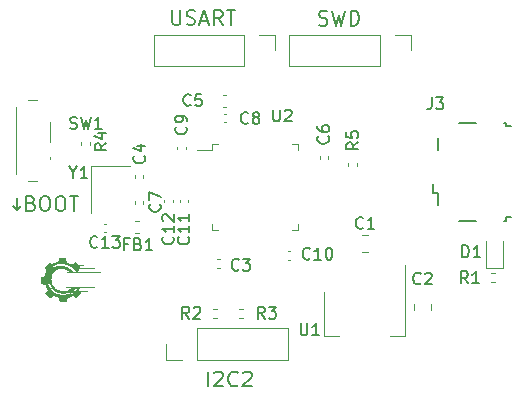
<source format=gbr>
%TF.GenerationSoftware,KiCad,Pcbnew,7.0.9*%
%TF.CreationDate,2023-12-08T01:22:57+08:00*%
%TF.ProjectId,Basic_STM32_Bluepill,42617369-635f-4535-944d-33325f426c75,rev?*%
%TF.SameCoordinates,Original*%
%TF.FileFunction,Legend,Top*%
%TF.FilePolarity,Positive*%
%FSLAX46Y46*%
G04 Gerber Fmt 4.6, Leading zero omitted, Abs format (unit mm)*
G04 Created by KiCad (PCBNEW 7.0.9) date 2023-12-08 01:22:57*
%MOMM*%
%LPD*%
G01*
G04 APERTURE LIST*
%ADD10C,0.160000*%
%ADD11C,0.200000*%
%ADD12C,0.150000*%
%ADD13C,0.120000*%
G04 APERTURE END LIST*
D10*
X133885714Y-94940250D02*
X134212714Y-94605250D01*
X133885714Y-94940250D02*
X133558714Y-94605250D01*
X133885714Y-93924250D02*
X133885714Y-94940250D01*
D11*
X159419673Y-79277100D02*
X159598244Y-79336623D01*
X159598244Y-79336623D02*
X159895863Y-79336623D01*
X159895863Y-79336623D02*
X160014911Y-79277100D01*
X160014911Y-79277100D02*
X160074435Y-79217576D01*
X160074435Y-79217576D02*
X160133958Y-79098528D01*
X160133958Y-79098528D02*
X160133958Y-78979480D01*
X160133958Y-78979480D02*
X160074435Y-78860433D01*
X160074435Y-78860433D02*
X160014911Y-78800909D01*
X160014911Y-78800909D02*
X159895863Y-78741385D01*
X159895863Y-78741385D02*
X159657768Y-78681861D01*
X159657768Y-78681861D02*
X159538720Y-78622338D01*
X159538720Y-78622338D02*
X159479197Y-78562814D01*
X159479197Y-78562814D02*
X159419673Y-78443766D01*
X159419673Y-78443766D02*
X159419673Y-78324719D01*
X159419673Y-78324719D02*
X159479197Y-78205671D01*
X159479197Y-78205671D02*
X159538720Y-78146147D01*
X159538720Y-78146147D02*
X159657768Y-78086623D01*
X159657768Y-78086623D02*
X159955387Y-78086623D01*
X159955387Y-78086623D02*
X160133958Y-78146147D01*
X160550625Y-78086623D02*
X160848244Y-79336623D01*
X160848244Y-79336623D02*
X161086339Y-78443766D01*
X161086339Y-78443766D02*
X161324434Y-79336623D01*
X161324434Y-79336623D02*
X161622054Y-78086623D01*
X162098244Y-79336623D02*
X162098244Y-78086623D01*
X162098244Y-78086623D02*
X162395863Y-78086623D01*
X162395863Y-78086623D02*
X162574434Y-78146147D01*
X162574434Y-78146147D02*
X162693482Y-78265195D01*
X162693482Y-78265195D02*
X162753005Y-78384242D01*
X162753005Y-78384242D02*
X162812529Y-78622338D01*
X162812529Y-78622338D02*
X162812529Y-78800909D01*
X162812529Y-78800909D02*
X162753005Y-79039004D01*
X162753005Y-79039004D02*
X162693482Y-79158052D01*
X162693482Y-79158052D02*
X162574434Y-79277100D01*
X162574434Y-79277100D02*
X162395863Y-79336623D01*
X162395863Y-79336623D02*
X162098244Y-79336623D01*
X150029197Y-109886623D02*
X150029197Y-108636623D01*
X150564911Y-108755671D02*
X150624435Y-108696147D01*
X150624435Y-108696147D02*
X150743482Y-108636623D01*
X150743482Y-108636623D02*
X151041101Y-108636623D01*
X151041101Y-108636623D02*
X151160149Y-108696147D01*
X151160149Y-108696147D02*
X151219673Y-108755671D01*
X151219673Y-108755671D02*
X151279196Y-108874719D01*
X151279196Y-108874719D02*
X151279196Y-108993766D01*
X151279196Y-108993766D02*
X151219673Y-109172338D01*
X151219673Y-109172338D02*
X150505387Y-109886623D01*
X150505387Y-109886623D02*
X151279196Y-109886623D01*
X152529196Y-109767576D02*
X152469672Y-109827100D01*
X152469672Y-109827100D02*
X152291101Y-109886623D01*
X152291101Y-109886623D02*
X152172053Y-109886623D01*
X152172053Y-109886623D02*
X151993482Y-109827100D01*
X151993482Y-109827100D02*
X151874434Y-109708052D01*
X151874434Y-109708052D02*
X151814911Y-109589004D01*
X151814911Y-109589004D02*
X151755387Y-109350909D01*
X151755387Y-109350909D02*
X151755387Y-109172338D01*
X151755387Y-109172338D02*
X151814911Y-108934242D01*
X151814911Y-108934242D02*
X151874434Y-108815195D01*
X151874434Y-108815195D02*
X151993482Y-108696147D01*
X151993482Y-108696147D02*
X152172053Y-108636623D01*
X152172053Y-108636623D02*
X152291101Y-108636623D01*
X152291101Y-108636623D02*
X152469672Y-108696147D01*
X152469672Y-108696147D02*
X152529196Y-108755671D01*
X153005387Y-108755671D02*
X153064911Y-108696147D01*
X153064911Y-108696147D02*
X153183958Y-108636623D01*
X153183958Y-108636623D02*
X153481577Y-108636623D01*
X153481577Y-108636623D02*
X153600625Y-108696147D01*
X153600625Y-108696147D02*
X153660149Y-108755671D01*
X153660149Y-108755671D02*
X153719672Y-108874719D01*
X153719672Y-108874719D02*
X153719672Y-108993766D01*
X153719672Y-108993766D02*
X153660149Y-109172338D01*
X153660149Y-109172338D02*
X152945863Y-109886623D01*
X152945863Y-109886623D02*
X153719672Y-109886623D01*
X135045863Y-94381861D02*
X135224435Y-94441385D01*
X135224435Y-94441385D02*
X135283958Y-94500909D01*
X135283958Y-94500909D02*
X135343482Y-94619957D01*
X135343482Y-94619957D02*
X135343482Y-94798528D01*
X135343482Y-94798528D02*
X135283958Y-94917576D01*
X135283958Y-94917576D02*
X135224435Y-94977100D01*
X135224435Y-94977100D02*
X135105387Y-95036623D01*
X135105387Y-95036623D02*
X134629197Y-95036623D01*
X134629197Y-95036623D02*
X134629197Y-93786623D01*
X134629197Y-93786623D02*
X135045863Y-93786623D01*
X135045863Y-93786623D02*
X135164911Y-93846147D01*
X135164911Y-93846147D02*
X135224435Y-93905671D01*
X135224435Y-93905671D02*
X135283958Y-94024719D01*
X135283958Y-94024719D02*
X135283958Y-94143766D01*
X135283958Y-94143766D02*
X135224435Y-94262814D01*
X135224435Y-94262814D02*
X135164911Y-94322338D01*
X135164911Y-94322338D02*
X135045863Y-94381861D01*
X135045863Y-94381861D02*
X134629197Y-94381861D01*
X136117292Y-93786623D02*
X136355387Y-93786623D01*
X136355387Y-93786623D02*
X136474435Y-93846147D01*
X136474435Y-93846147D02*
X136593482Y-93965195D01*
X136593482Y-93965195D02*
X136653006Y-94203290D01*
X136653006Y-94203290D02*
X136653006Y-94619957D01*
X136653006Y-94619957D02*
X136593482Y-94858052D01*
X136593482Y-94858052D02*
X136474435Y-94977100D01*
X136474435Y-94977100D02*
X136355387Y-95036623D01*
X136355387Y-95036623D02*
X136117292Y-95036623D01*
X136117292Y-95036623D02*
X135998244Y-94977100D01*
X135998244Y-94977100D02*
X135879197Y-94858052D01*
X135879197Y-94858052D02*
X135819673Y-94619957D01*
X135819673Y-94619957D02*
X135819673Y-94203290D01*
X135819673Y-94203290D02*
X135879197Y-93965195D01*
X135879197Y-93965195D02*
X135998244Y-93846147D01*
X135998244Y-93846147D02*
X136117292Y-93786623D01*
X137426816Y-93786623D02*
X137664911Y-93786623D01*
X137664911Y-93786623D02*
X137783959Y-93846147D01*
X137783959Y-93846147D02*
X137903006Y-93965195D01*
X137903006Y-93965195D02*
X137962530Y-94203290D01*
X137962530Y-94203290D02*
X137962530Y-94619957D01*
X137962530Y-94619957D02*
X137903006Y-94858052D01*
X137903006Y-94858052D02*
X137783959Y-94977100D01*
X137783959Y-94977100D02*
X137664911Y-95036623D01*
X137664911Y-95036623D02*
X137426816Y-95036623D01*
X137426816Y-95036623D02*
X137307768Y-94977100D01*
X137307768Y-94977100D02*
X137188721Y-94858052D01*
X137188721Y-94858052D02*
X137129197Y-94619957D01*
X137129197Y-94619957D02*
X137129197Y-94203290D01*
X137129197Y-94203290D02*
X137188721Y-93965195D01*
X137188721Y-93965195D02*
X137307768Y-93846147D01*
X137307768Y-93846147D02*
X137426816Y-93786623D01*
X138319673Y-93786623D02*
X139033959Y-93786623D01*
X138676816Y-95036623D02*
X138676816Y-93786623D01*
X146979197Y-78036623D02*
X146979197Y-79048528D01*
X146979197Y-79048528D02*
X147038720Y-79167576D01*
X147038720Y-79167576D02*
X147098244Y-79227100D01*
X147098244Y-79227100D02*
X147217292Y-79286623D01*
X147217292Y-79286623D02*
X147455387Y-79286623D01*
X147455387Y-79286623D02*
X147574435Y-79227100D01*
X147574435Y-79227100D02*
X147633958Y-79167576D01*
X147633958Y-79167576D02*
X147693482Y-79048528D01*
X147693482Y-79048528D02*
X147693482Y-78036623D01*
X148229197Y-79227100D02*
X148407768Y-79286623D01*
X148407768Y-79286623D02*
X148705387Y-79286623D01*
X148705387Y-79286623D02*
X148824435Y-79227100D01*
X148824435Y-79227100D02*
X148883959Y-79167576D01*
X148883959Y-79167576D02*
X148943482Y-79048528D01*
X148943482Y-79048528D02*
X148943482Y-78929480D01*
X148943482Y-78929480D02*
X148883959Y-78810433D01*
X148883959Y-78810433D02*
X148824435Y-78750909D01*
X148824435Y-78750909D02*
X148705387Y-78691385D01*
X148705387Y-78691385D02*
X148467292Y-78631861D01*
X148467292Y-78631861D02*
X148348244Y-78572338D01*
X148348244Y-78572338D02*
X148288721Y-78512814D01*
X148288721Y-78512814D02*
X148229197Y-78393766D01*
X148229197Y-78393766D02*
X148229197Y-78274719D01*
X148229197Y-78274719D02*
X148288721Y-78155671D01*
X148288721Y-78155671D02*
X148348244Y-78096147D01*
X148348244Y-78096147D02*
X148467292Y-78036623D01*
X148467292Y-78036623D02*
X148764911Y-78036623D01*
X148764911Y-78036623D02*
X148943482Y-78096147D01*
X149419673Y-78929480D02*
X150014911Y-78929480D01*
X149300625Y-79286623D02*
X149717292Y-78036623D01*
X149717292Y-78036623D02*
X150133958Y-79286623D01*
X151264911Y-79286623D02*
X150848245Y-78691385D01*
X150550626Y-79286623D02*
X150550626Y-78036623D01*
X150550626Y-78036623D02*
X151026816Y-78036623D01*
X151026816Y-78036623D02*
X151145864Y-78096147D01*
X151145864Y-78096147D02*
X151205387Y-78155671D01*
X151205387Y-78155671D02*
X151264911Y-78274719D01*
X151264911Y-78274719D02*
X151264911Y-78453290D01*
X151264911Y-78453290D02*
X151205387Y-78572338D01*
X151205387Y-78572338D02*
X151145864Y-78631861D01*
X151145864Y-78631861D02*
X151026816Y-78691385D01*
X151026816Y-78691385D02*
X150550626Y-78691385D01*
X151622054Y-78036623D02*
X152336340Y-78036623D01*
X151979197Y-79286623D02*
X151979197Y-78036623D01*
D12*
X152642143Y-99986580D02*
X152594524Y-100034200D01*
X152594524Y-100034200D02*
X152451667Y-100081819D01*
X152451667Y-100081819D02*
X152356429Y-100081819D01*
X152356429Y-100081819D02*
X152213572Y-100034200D01*
X152213572Y-100034200D02*
X152118334Y-99938961D01*
X152118334Y-99938961D02*
X152070715Y-99843723D01*
X152070715Y-99843723D02*
X152023096Y-99653247D01*
X152023096Y-99653247D02*
X152023096Y-99510390D01*
X152023096Y-99510390D02*
X152070715Y-99319914D01*
X152070715Y-99319914D02*
X152118334Y-99224676D01*
X152118334Y-99224676D02*
X152213572Y-99129438D01*
X152213572Y-99129438D02*
X152356429Y-99081819D01*
X152356429Y-99081819D02*
X152451667Y-99081819D01*
X152451667Y-99081819D02*
X152594524Y-99129438D01*
X152594524Y-99129438D02*
X152642143Y-99177057D01*
X152975477Y-99081819D02*
X153594524Y-99081819D01*
X153594524Y-99081819D02*
X153261191Y-99462771D01*
X153261191Y-99462771D02*
X153404048Y-99462771D01*
X153404048Y-99462771D02*
X153499286Y-99510390D01*
X153499286Y-99510390D02*
X153546905Y-99558009D01*
X153546905Y-99558009D02*
X153594524Y-99653247D01*
X153594524Y-99653247D02*
X153594524Y-99891342D01*
X153594524Y-99891342D02*
X153546905Y-99986580D01*
X153546905Y-99986580D02*
X153499286Y-100034200D01*
X153499286Y-100034200D02*
X153404048Y-100081819D01*
X153404048Y-100081819D02*
X153118334Y-100081819D01*
X153118334Y-100081819D02*
X153023096Y-100034200D01*
X153023096Y-100034200D02*
X152975477Y-99986580D01*
X144609580Y-90366666D02*
X144657200Y-90414285D01*
X144657200Y-90414285D02*
X144704819Y-90557142D01*
X144704819Y-90557142D02*
X144704819Y-90652380D01*
X144704819Y-90652380D02*
X144657200Y-90795237D01*
X144657200Y-90795237D02*
X144561961Y-90890475D01*
X144561961Y-90890475D02*
X144466723Y-90938094D01*
X144466723Y-90938094D02*
X144276247Y-90985713D01*
X144276247Y-90985713D02*
X144133390Y-90985713D01*
X144133390Y-90985713D02*
X143942914Y-90938094D01*
X143942914Y-90938094D02*
X143847676Y-90890475D01*
X143847676Y-90890475D02*
X143752438Y-90795237D01*
X143752438Y-90795237D02*
X143704819Y-90652380D01*
X143704819Y-90652380D02*
X143704819Y-90557142D01*
X143704819Y-90557142D02*
X143752438Y-90414285D01*
X143752438Y-90414285D02*
X143800057Y-90366666D01*
X144038152Y-89509523D02*
X144704819Y-89509523D01*
X143657200Y-89747618D02*
X144371485Y-89985713D01*
X144371485Y-89985713D02*
X144371485Y-89366666D01*
X138623809Y-91778628D02*
X138623809Y-92254819D01*
X138290476Y-91254819D02*
X138623809Y-91778628D01*
X138623809Y-91778628D02*
X138957142Y-91254819D01*
X139814285Y-92254819D02*
X139242857Y-92254819D01*
X139528571Y-92254819D02*
X139528571Y-91254819D01*
X139528571Y-91254819D02*
X139433333Y-91397676D01*
X139433333Y-91397676D02*
X139338095Y-91492914D01*
X139338095Y-91492914D02*
X139242857Y-91540533D01*
X154833333Y-104154819D02*
X154500000Y-103678628D01*
X154261905Y-104154819D02*
X154261905Y-103154819D01*
X154261905Y-103154819D02*
X154642857Y-103154819D01*
X154642857Y-103154819D02*
X154738095Y-103202438D01*
X154738095Y-103202438D02*
X154785714Y-103250057D01*
X154785714Y-103250057D02*
X154833333Y-103345295D01*
X154833333Y-103345295D02*
X154833333Y-103488152D01*
X154833333Y-103488152D02*
X154785714Y-103583390D01*
X154785714Y-103583390D02*
X154738095Y-103631009D01*
X154738095Y-103631009D02*
X154642857Y-103678628D01*
X154642857Y-103678628D02*
X154261905Y-103678628D01*
X155166667Y-103154819D02*
X155785714Y-103154819D01*
X155785714Y-103154819D02*
X155452381Y-103535771D01*
X155452381Y-103535771D02*
X155595238Y-103535771D01*
X155595238Y-103535771D02*
X155690476Y-103583390D01*
X155690476Y-103583390D02*
X155738095Y-103631009D01*
X155738095Y-103631009D02*
X155785714Y-103726247D01*
X155785714Y-103726247D02*
X155785714Y-103964342D01*
X155785714Y-103964342D02*
X155738095Y-104059580D01*
X155738095Y-104059580D02*
X155690476Y-104107200D01*
X155690476Y-104107200D02*
X155595238Y-104154819D01*
X155595238Y-104154819D02*
X155309524Y-104154819D01*
X155309524Y-104154819D02*
X155214286Y-104107200D01*
X155214286Y-104107200D02*
X155166667Y-104059580D01*
X168966666Y-85429819D02*
X168966666Y-86144104D01*
X168966666Y-86144104D02*
X168919047Y-86286961D01*
X168919047Y-86286961D02*
X168823809Y-86382200D01*
X168823809Y-86382200D02*
X168680952Y-86429819D01*
X168680952Y-86429819D02*
X168585714Y-86429819D01*
X169347619Y-85429819D02*
X169966666Y-85429819D01*
X169966666Y-85429819D02*
X169633333Y-85810771D01*
X169633333Y-85810771D02*
X169776190Y-85810771D01*
X169776190Y-85810771D02*
X169871428Y-85858390D01*
X169871428Y-85858390D02*
X169919047Y-85906009D01*
X169919047Y-85906009D02*
X169966666Y-86001247D01*
X169966666Y-86001247D02*
X169966666Y-86239342D01*
X169966666Y-86239342D02*
X169919047Y-86334580D01*
X169919047Y-86334580D02*
X169871428Y-86382200D01*
X169871428Y-86382200D02*
X169776190Y-86429819D01*
X169776190Y-86429819D02*
X169490476Y-86429819D01*
X169490476Y-86429819D02*
X169395238Y-86382200D01*
X169395238Y-86382200D02*
X169347619Y-86334580D01*
X172033333Y-101154819D02*
X171700000Y-100678628D01*
X171461905Y-101154819D02*
X171461905Y-100154819D01*
X171461905Y-100154819D02*
X171842857Y-100154819D01*
X171842857Y-100154819D02*
X171938095Y-100202438D01*
X171938095Y-100202438D02*
X171985714Y-100250057D01*
X171985714Y-100250057D02*
X172033333Y-100345295D01*
X172033333Y-100345295D02*
X172033333Y-100488152D01*
X172033333Y-100488152D02*
X171985714Y-100583390D01*
X171985714Y-100583390D02*
X171938095Y-100631009D01*
X171938095Y-100631009D02*
X171842857Y-100678628D01*
X171842857Y-100678628D02*
X171461905Y-100678628D01*
X172985714Y-101154819D02*
X172414286Y-101154819D01*
X172700000Y-101154819D02*
X172700000Y-100154819D01*
X172700000Y-100154819D02*
X172604762Y-100297676D01*
X172604762Y-100297676D02*
X172509524Y-100392914D01*
X172509524Y-100392914D02*
X172414286Y-100440533D01*
X141424819Y-89320666D02*
X140948628Y-89653999D01*
X141424819Y-89892094D02*
X140424819Y-89892094D01*
X140424819Y-89892094D02*
X140424819Y-89511142D01*
X140424819Y-89511142D02*
X140472438Y-89415904D01*
X140472438Y-89415904D02*
X140520057Y-89368285D01*
X140520057Y-89368285D02*
X140615295Y-89320666D01*
X140615295Y-89320666D02*
X140758152Y-89320666D01*
X140758152Y-89320666D02*
X140853390Y-89368285D01*
X140853390Y-89368285D02*
X140901009Y-89415904D01*
X140901009Y-89415904D02*
X140948628Y-89511142D01*
X140948628Y-89511142D02*
X140948628Y-89892094D01*
X140758152Y-88463523D02*
X141424819Y-88463523D01*
X140377200Y-88701618D02*
X141091485Y-88939713D01*
X141091485Y-88939713D02*
X141091485Y-88320666D01*
X162754819Y-89234666D02*
X162278628Y-89567999D01*
X162754819Y-89806094D02*
X161754819Y-89806094D01*
X161754819Y-89806094D02*
X161754819Y-89425142D01*
X161754819Y-89425142D02*
X161802438Y-89329904D01*
X161802438Y-89329904D02*
X161850057Y-89282285D01*
X161850057Y-89282285D02*
X161945295Y-89234666D01*
X161945295Y-89234666D02*
X162088152Y-89234666D01*
X162088152Y-89234666D02*
X162183390Y-89282285D01*
X162183390Y-89282285D02*
X162231009Y-89329904D01*
X162231009Y-89329904D02*
X162278628Y-89425142D01*
X162278628Y-89425142D02*
X162278628Y-89806094D01*
X161754819Y-88329904D02*
X161754819Y-88806094D01*
X161754819Y-88806094D02*
X162231009Y-88853713D01*
X162231009Y-88853713D02*
X162183390Y-88806094D01*
X162183390Y-88806094D02*
X162135771Y-88710856D01*
X162135771Y-88710856D02*
X162135771Y-88472761D01*
X162135771Y-88472761D02*
X162183390Y-88377523D01*
X162183390Y-88377523D02*
X162231009Y-88329904D01*
X162231009Y-88329904D02*
X162326247Y-88282285D01*
X162326247Y-88282285D02*
X162564342Y-88282285D01*
X162564342Y-88282285D02*
X162659580Y-88329904D01*
X162659580Y-88329904D02*
X162707200Y-88377523D01*
X162707200Y-88377523D02*
X162754819Y-88472761D01*
X162754819Y-88472761D02*
X162754819Y-88710856D01*
X162754819Y-88710856D02*
X162707200Y-88806094D01*
X162707200Y-88806094D02*
X162659580Y-88853713D01*
X153433333Y-87559580D02*
X153385714Y-87607200D01*
X153385714Y-87607200D02*
X153242857Y-87654819D01*
X153242857Y-87654819D02*
X153147619Y-87654819D01*
X153147619Y-87654819D02*
X153004762Y-87607200D01*
X153004762Y-87607200D02*
X152909524Y-87511961D01*
X152909524Y-87511961D02*
X152861905Y-87416723D01*
X152861905Y-87416723D02*
X152814286Y-87226247D01*
X152814286Y-87226247D02*
X152814286Y-87083390D01*
X152814286Y-87083390D02*
X152861905Y-86892914D01*
X152861905Y-86892914D02*
X152909524Y-86797676D01*
X152909524Y-86797676D02*
X153004762Y-86702438D01*
X153004762Y-86702438D02*
X153147619Y-86654819D01*
X153147619Y-86654819D02*
X153242857Y-86654819D01*
X153242857Y-86654819D02*
X153385714Y-86702438D01*
X153385714Y-86702438D02*
X153433333Y-86750057D01*
X154004762Y-87083390D02*
X153909524Y-87035771D01*
X153909524Y-87035771D02*
X153861905Y-86988152D01*
X153861905Y-86988152D02*
X153814286Y-86892914D01*
X153814286Y-86892914D02*
X153814286Y-86845295D01*
X153814286Y-86845295D02*
X153861905Y-86750057D01*
X153861905Y-86750057D02*
X153909524Y-86702438D01*
X153909524Y-86702438D02*
X154004762Y-86654819D01*
X154004762Y-86654819D02*
X154195238Y-86654819D01*
X154195238Y-86654819D02*
X154290476Y-86702438D01*
X154290476Y-86702438D02*
X154338095Y-86750057D01*
X154338095Y-86750057D02*
X154385714Y-86845295D01*
X154385714Y-86845295D02*
X154385714Y-86892914D01*
X154385714Y-86892914D02*
X154338095Y-86988152D01*
X154338095Y-86988152D02*
X154290476Y-87035771D01*
X154290476Y-87035771D02*
X154195238Y-87083390D01*
X154195238Y-87083390D02*
X154004762Y-87083390D01*
X154004762Y-87083390D02*
X153909524Y-87131009D01*
X153909524Y-87131009D02*
X153861905Y-87178628D01*
X153861905Y-87178628D02*
X153814286Y-87273866D01*
X153814286Y-87273866D02*
X153814286Y-87464342D01*
X153814286Y-87464342D02*
X153861905Y-87559580D01*
X153861905Y-87559580D02*
X153909524Y-87607200D01*
X153909524Y-87607200D02*
X154004762Y-87654819D01*
X154004762Y-87654819D02*
X154195238Y-87654819D01*
X154195238Y-87654819D02*
X154290476Y-87607200D01*
X154290476Y-87607200D02*
X154338095Y-87559580D01*
X154338095Y-87559580D02*
X154385714Y-87464342D01*
X154385714Y-87464342D02*
X154385714Y-87273866D01*
X154385714Y-87273866D02*
X154338095Y-87178628D01*
X154338095Y-87178628D02*
X154290476Y-87131009D01*
X154290476Y-87131009D02*
X154195238Y-87083390D01*
X148159580Y-87908266D02*
X148207200Y-87955885D01*
X148207200Y-87955885D02*
X148254819Y-88098742D01*
X148254819Y-88098742D02*
X148254819Y-88193980D01*
X148254819Y-88193980D02*
X148207200Y-88336837D01*
X148207200Y-88336837D02*
X148111961Y-88432075D01*
X148111961Y-88432075D02*
X148016723Y-88479694D01*
X148016723Y-88479694D02*
X147826247Y-88527313D01*
X147826247Y-88527313D02*
X147683390Y-88527313D01*
X147683390Y-88527313D02*
X147492914Y-88479694D01*
X147492914Y-88479694D02*
X147397676Y-88432075D01*
X147397676Y-88432075D02*
X147302438Y-88336837D01*
X147302438Y-88336837D02*
X147254819Y-88193980D01*
X147254819Y-88193980D02*
X147254819Y-88098742D01*
X147254819Y-88098742D02*
X147302438Y-87955885D01*
X147302438Y-87955885D02*
X147350057Y-87908266D01*
X148254819Y-87432075D02*
X148254819Y-87241599D01*
X148254819Y-87241599D02*
X148207200Y-87146361D01*
X148207200Y-87146361D02*
X148159580Y-87098742D01*
X148159580Y-87098742D02*
X148016723Y-87003504D01*
X148016723Y-87003504D02*
X147826247Y-86955885D01*
X147826247Y-86955885D02*
X147445295Y-86955885D01*
X147445295Y-86955885D02*
X147350057Y-87003504D01*
X147350057Y-87003504D02*
X147302438Y-87051123D01*
X147302438Y-87051123D02*
X147254819Y-87146361D01*
X147254819Y-87146361D02*
X147254819Y-87336837D01*
X147254819Y-87336837D02*
X147302438Y-87432075D01*
X147302438Y-87432075D02*
X147350057Y-87479694D01*
X147350057Y-87479694D02*
X147445295Y-87527313D01*
X147445295Y-87527313D02*
X147683390Y-87527313D01*
X147683390Y-87527313D02*
X147778628Y-87479694D01*
X147778628Y-87479694D02*
X147826247Y-87432075D01*
X147826247Y-87432075D02*
X147873866Y-87336837D01*
X147873866Y-87336837D02*
X147873866Y-87146361D01*
X147873866Y-87146361D02*
X147826247Y-87051123D01*
X147826247Y-87051123D02*
X147778628Y-87003504D01*
X147778628Y-87003504D02*
X147683390Y-86955885D01*
X143266666Y-97831009D02*
X142933333Y-97831009D01*
X142933333Y-98354819D02*
X142933333Y-97354819D01*
X142933333Y-97354819D02*
X143409523Y-97354819D01*
X144123809Y-97831009D02*
X144266666Y-97878628D01*
X144266666Y-97878628D02*
X144314285Y-97926247D01*
X144314285Y-97926247D02*
X144361904Y-98021485D01*
X144361904Y-98021485D02*
X144361904Y-98164342D01*
X144361904Y-98164342D02*
X144314285Y-98259580D01*
X144314285Y-98259580D02*
X144266666Y-98307200D01*
X144266666Y-98307200D02*
X144171428Y-98354819D01*
X144171428Y-98354819D02*
X143790476Y-98354819D01*
X143790476Y-98354819D02*
X143790476Y-97354819D01*
X143790476Y-97354819D02*
X144123809Y-97354819D01*
X144123809Y-97354819D02*
X144219047Y-97402438D01*
X144219047Y-97402438D02*
X144266666Y-97450057D01*
X144266666Y-97450057D02*
X144314285Y-97545295D01*
X144314285Y-97545295D02*
X144314285Y-97640533D01*
X144314285Y-97640533D02*
X144266666Y-97735771D01*
X144266666Y-97735771D02*
X144219047Y-97783390D01*
X144219047Y-97783390D02*
X144123809Y-97831009D01*
X144123809Y-97831009D02*
X143790476Y-97831009D01*
X145314285Y-98354819D02*
X144742857Y-98354819D01*
X145028571Y-98354819D02*
X145028571Y-97354819D01*
X145028571Y-97354819D02*
X144933333Y-97497676D01*
X144933333Y-97497676D02*
X144838095Y-97592914D01*
X144838095Y-97592914D02*
X144742857Y-97640533D01*
X158657142Y-99059580D02*
X158609523Y-99107200D01*
X158609523Y-99107200D02*
X158466666Y-99154819D01*
X158466666Y-99154819D02*
X158371428Y-99154819D01*
X158371428Y-99154819D02*
X158228571Y-99107200D01*
X158228571Y-99107200D02*
X158133333Y-99011961D01*
X158133333Y-99011961D02*
X158085714Y-98916723D01*
X158085714Y-98916723D02*
X158038095Y-98726247D01*
X158038095Y-98726247D02*
X158038095Y-98583390D01*
X158038095Y-98583390D02*
X158085714Y-98392914D01*
X158085714Y-98392914D02*
X158133333Y-98297676D01*
X158133333Y-98297676D02*
X158228571Y-98202438D01*
X158228571Y-98202438D02*
X158371428Y-98154819D01*
X158371428Y-98154819D02*
X158466666Y-98154819D01*
X158466666Y-98154819D02*
X158609523Y-98202438D01*
X158609523Y-98202438D02*
X158657142Y-98250057D01*
X159609523Y-99154819D02*
X159038095Y-99154819D01*
X159323809Y-99154819D02*
X159323809Y-98154819D01*
X159323809Y-98154819D02*
X159228571Y-98297676D01*
X159228571Y-98297676D02*
X159133333Y-98392914D01*
X159133333Y-98392914D02*
X159038095Y-98440533D01*
X160228571Y-98154819D02*
X160323809Y-98154819D01*
X160323809Y-98154819D02*
X160419047Y-98202438D01*
X160419047Y-98202438D02*
X160466666Y-98250057D01*
X160466666Y-98250057D02*
X160514285Y-98345295D01*
X160514285Y-98345295D02*
X160561904Y-98535771D01*
X160561904Y-98535771D02*
X160561904Y-98773866D01*
X160561904Y-98773866D02*
X160514285Y-98964342D01*
X160514285Y-98964342D02*
X160466666Y-99059580D01*
X160466666Y-99059580D02*
X160419047Y-99107200D01*
X160419047Y-99107200D02*
X160323809Y-99154819D01*
X160323809Y-99154819D02*
X160228571Y-99154819D01*
X160228571Y-99154819D02*
X160133333Y-99107200D01*
X160133333Y-99107200D02*
X160085714Y-99059580D01*
X160085714Y-99059580D02*
X160038095Y-98964342D01*
X160038095Y-98964342D02*
X159990476Y-98773866D01*
X159990476Y-98773866D02*
X159990476Y-98535771D01*
X159990476Y-98535771D02*
X160038095Y-98345295D01*
X160038095Y-98345295D02*
X160085714Y-98250057D01*
X160085714Y-98250057D02*
X160133333Y-98202438D01*
X160133333Y-98202438D02*
X160228571Y-98154819D01*
X147059580Y-97227857D02*
X147107200Y-97275476D01*
X147107200Y-97275476D02*
X147154819Y-97418333D01*
X147154819Y-97418333D02*
X147154819Y-97513571D01*
X147154819Y-97513571D02*
X147107200Y-97656428D01*
X147107200Y-97656428D02*
X147011961Y-97751666D01*
X147011961Y-97751666D02*
X146916723Y-97799285D01*
X146916723Y-97799285D02*
X146726247Y-97846904D01*
X146726247Y-97846904D02*
X146583390Y-97846904D01*
X146583390Y-97846904D02*
X146392914Y-97799285D01*
X146392914Y-97799285D02*
X146297676Y-97751666D01*
X146297676Y-97751666D02*
X146202438Y-97656428D01*
X146202438Y-97656428D02*
X146154819Y-97513571D01*
X146154819Y-97513571D02*
X146154819Y-97418333D01*
X146154819Y-97418333D02*
X146202438Y-97275476D01*
X146202438Y-97275476D02*
X146250057Y-97227857D01*
X147154819Y-96275476D02*
X147154819Y-96846904D01*
X147154819Y-96561190D02*
X146154819Y-96561190D01*
X146154819Y-96561190D02*
X146297676Y-96656428D01*
X146297676Y-96656428D02*
X146392914Y-96751666D01*
X146392914Y-96751666D02*
X146440533Y-96846904D01*
X146250057Y-95894523D02*
X146202438Y-95846904D01*
X146202438Y-95846904D02*
X146154819Y-95751666D01*
X146154819Y-95751666D02*
X146154819Y-95513571D01*
X146154819Y-95513571D02*
X146202438Y-95418333D01*
X146202438Y-95418333D02*
X146250057Y-95370714D01*
X146250057Y-95370714D02*
X146345295Y-95323095D01*
X146345295Y-95323095D02*
X146440533Y-95323095D01*
X146440533Y-95323095D02*
X146583390Y-95370714D01*
X146583390Y-95370714D02*
X147154819Y-95942142D01*
X147154819Y-95942142D02*
X147154819Y-95323095D01*
X148359580Y-97227857D02*
X148407200Y-97275476D01*
X148407200Y-97275476D02*
X148454819Y-97418333D01*
X148454819Y-97418333D02*
X148454819Y-97513571D01*
X148454819Y-97513571D02*
X148407200Y-97656428D01*
X148407200Y-97656428D02*
X148311961Y-97751666D01*
X148311961Y-97751666D02*
X148216723Y-97799285D01*
X148216723Y-97799285D02*
X148026247Y-97846904D01*
X148026247Y-97846904D02*
X147883390Y-97846904D01*
X147883390Y-97846904D02*
X147692914Y-97799285D01*
X147692914Y-97799285D02*
X147597676Y-97751666D01*
X147597676Y-97751666D02*
X147502438Y-97656428D01*
X147502438Y-97656428D02*
X147454819Y-97513571D01*
X147454819Y-97513571D02*
X147454819Y-97418333D01*
X147454819Y-97418333D02*
X147502438Y-97275476D01*
X147502438Y-97275476D02*
X147550057Y-97227857D01*
X148454819Y-96275476D02*
X148454819Y-96846904D01*
X148454819Y-96561190D02*
X147454819Y-96561190D01*
X147454819Y-96561190D02*
X147597676Y-96656428D01*
X147597676Y-96656428D02*
X147692914Y-96751666D01*
X147692914Y-96751666D02*
X147740533Y-96846904D01*
X148454819Y-95323095D02*
X148454819Y-95894523D01*
X148454819Y-95608809D02*
X147454819Y-95608809D01*
X147454819Y-95608809D02*
X147597676Y-95704047D01*
X147597676Y-95704047D02*
X147692914Y-95799285D01*
X147692914Y-95799285D02*
X147740533Y-95894523D01*
X160201580Y-88706666D02*
X160249200Y-88754285D01*
X160249200Y-88754285D02*
X160296819Y-88897142D01*
X160296819Y-88897142D02*
X160296819Y-88992380D01*
X160296819Y-88992380D02*
X160249200Y-89135237D01*
X160249200Y-89135237D02*
X160153961Y-89230475D01*
X160153961Y-89230475D02*
X160058723Y-89278094D01*
X160058723Y-89278094D02*
X159868247Y-89325713D01*
X159868247Y-89325713D02*
X159725390Y-89325713D01*
X159725390Y-89325713D02*
X159534914Y-89278094D01*
X159534914Y-89278094D02*
X159439676Y-89230475D01*
X159439676Y-89230475D02*
X159344438Y-89135237D01*
X159344438Y-89135237D02*
X159296819Y-88992380D01*
X159296819Y-88992380D02*
X159296819Y-88897142D01*
X159296819Y-88897142D02*
X159344438Y-88754285D01*
X159344438Y-88754285D02*
X159392057Y-88706666D01*
X159296819Y-87849523D02*
X159296819Y-88039999D01*
X159296819Y-88039999D02*
X159344438Y-88135237D01*
X159344438Y-88135237D02*
X159392057Y-88182856D01*
X159392057Y-88182856D02*
X159534914Y-88278094D01*
X159534914Y-88278094D02*
X159725390Y-88325713D01*
X159725390Y-88325713D02*
X160106342Y-88325713D01*
X160106342Y-88325713D02*
X160201580Y-88278094D01*
X160201580Y-88278094D02*
X160249200Y-88230475D01*
X160249200Y-88230475D02*
X160296819Y-88135237D01*
X160296819Y-88135237D02*
X160296819Y-87944761D01*
X160296819Y-87944761D02*
X160249200Y-87849523D01*
X160249200Y-87849523D02*
X160201580Y-87801904D01*
X160201580Y-87801904D02*
X160106342Y-87754285D01*
X160106342Y-87754285D02*
X159868247Y-87754285D01*
X159868247Y-87754285D02*
X159773009Y-87801904D01*
X159773009Y-87801904D02*
X159725390Y-87849523D01*
X159725390Y-87849523D02*
X159677771Y-87944761D01*
X159677771Y-87944761D02*
X159677771Y-88135237D01*
X159677771Y-88135237D02*
X159725390Y-88230475D01*
X159725390Y-88230475D02*
X159773009Y-88278094D01*
X159773009Y-88278094D02*
X159868247Y-88325713D01*
X168033333Y-101159580D02*
X167985714Y-101207200D01*
X167985714Y-101207200D02*
X167842857Y-101254819D01*
X167842857Y-101254819D02*
X167747619Y-101254819D01*
X167747619Y-101254819D02*
X167604762Y-101207200D01*
X167604762Y-101207200D02*
X167509524Y-101111961D01*
X167509524Y-101111961D02*
X167461905Y-101016723D01*
X167461905Y-101016723D02*
X167414286Y-100826247D01*
X167414286Y-100826247D02*
X167414286Y-100683390D01*
X167414286Y-100683390D02*
X167461905Y-100492914D01*
X167461905Y-100492914D02*
X167509524Y-100397676D01*
X167509524Y-100397676D02*
X167604762Y-100302438D01*
X167604762Y-100302438D02*
X167747619Y-100254819D01*
X167747619Y-100254819D02*
X167842857Y-100254819D01*
X167842857Y-100254819D02*
X167985714Y-100302438D01*
X167985714Y-100302438D02*
X168033333Y-100350057D01*
X168414286Y-100350057D02*
X168461905Y-100302438D01*
X168461905Y-100302438D02*
X168557143Y-100254819D01*
X168557143Y-100254819D02*
X168795238Y-100254819D01*
X168795238Y-100254819D02*
X168890476Y-100302438D01*
X168890476Y-100302438D02*
X168938095Y-100350057D01*
X168938095Y-100350057D02*
X168985714Y-100445295D01*
X168985714Y-100445295D02*
X168985714Y-100540533D01*
X168985714Y-100540533D02*
X168938095Y-100683390D01*
X168938095Y-100683390D02*
X168366667Y-101254819D01*
X168366667Y-101254819D02*
X168985714Y-101254819D01*
X171561905Y-98954819D02*
X171561905Y-97954819D01*
X171561905Y-97954819D02*
X171800000Y-97954819D01*
X171800000Y-97954819D02*
X171942857Y-98002438D01*
X171942857Y-98002438D02*
X172038095Y-98097676D01*
X172038095Y-98097676D02*
X172085714Y-98192914D01*
X172085714Y-98192914D02*
X172133333Y-98383390D01*
X172133333Y-98383390D02*
X172133333Y-98526247D01*
X172133333Y-98526247D02*
X172085714Y-98716723D01*
X172085714Y-98716723D02*
X172038095Y-98811961D01*
X172038095Y-98811961D02*
X171942857Y-98907200D01*
X171942857Y-98907200D02*
X171800000Y-98954819D01*
X171800000Y-98954819D02*
X171561905Y-98954819D01*
X173085714Y-98954819D02*
X172514286Y-98954819D01*
X172800000Y-98954819D02*
X172800000Y-97954819D01*
X172800000Y-97954819D02*
X172704762Y-98097676D01*
X172704762Y-98097676D02*
X172609524Y-98192914D01*
X172609524Y-98192914D02*
X172514286Y-98240533D01*
X138366667Y-88037200D02*
X138509524Y-88084819D01*
X138509524Y-88084819D02*
X138747619Y-88084819D01*
X138747619Y-88084819D02*
X138842857Y-88037200D01*
X138842857Y-88037200D02*
X138890476Y-87989580D01*
X138890476Y-87989580D02*
X138938095Y-87894342D01*
X138938095Y-87894342D02*
X138938095Y-87799104D01*
X138938095Y-87799104D02*
X138890476Y-87703866D01*
X138890476Y-87703866D02*
X138842857Y-87656247D01*
X138842857Y-87656247D02*
X138747619Y-87608628D01*
X138747619Y-87608628D02*
X138557143Y-87561009D01*
X138557143Y-87561009D02*
X138461905Y-87513390D01*
X138461905Y-87513390D02*
X138414286Y-87465771D01*
X138414286Y-87465771D02*
X138366667Y-87370533D01*
X138366667Y-87370533D02*
X138366667Y-87275295D01*
X138366667Y-87275295D02*
X138414286Y-87180057D01*
X138414286Y-87180057D02*
X138461905Y-87132438D01*
X138461905Y-87132438D02*
X138557143Y-87084819D01*
X138557143Y-87084819D02*
X138795238Y-87084819D01*
X138795238Y-87084819D02*
X138938095Y-87132438D01*
X139271429Y-87084819D02*
X139509524Y-88084819D01*
X139509524Y-88084819D02*
X139700000Y-87370533D01*
X139700000Y-87370533D02*
X139890476Y-88084819D01*
X139890476Y-88084819D02*
X140128572Y-87084819D01*
X141033333Y-88084819D02*
X140461905Y-88084819D01*
X140747619Y-88084819D02*
X140747619Y-87084819D01*
X140747619Y-87084819D02*
X140652381Y-87227676D01*
X140652381Y-87227676D02*
X140557143Y-87322914D01*
X140557143Y-87322914D02*
X140461905Y-87370533D01*
X148433333Y-104154819D02*
X148100000Y-103678628D01*
X147861905Y-104154819D02*
X147861905Y-103154819D01*
X147861905Y-103154819D02*
X148242857Y-103154819D01*
X148242857Y-103154819D02*
X148338095Y-103202438D01*
X148338095Y-103202438D02*
X148385714Y-103250057D01*
X148385714Y-103250057D02*
X148433333Y-103345295D01*
X148433333Y-103345295D02*
X148433333Y-103488152D01*
X148433333Y-103488152D02*
X148385714Y-103583390D01*
X148385714Y-103583390D02*
X148338095Y-103631009D01*
X148338095Y-103631009D02*
X148242857Y-103678628D01*
X148242857Y-103678628D02*
X147861905Y-103678628D01*
X148814286Y-103250057D02*
X148861905Y-103202438D01*
X148861905Y-103202438D02*
X148957143Y-103154819D01*
X148957143Y-103154819D02*
X149195238Y-103154819D01*
X149195238Y-103154819D02*
X149290476Y-103202438D01*
X149290476Y-103202438D02*
X149338095Y-103250057D01*
X149338095Y-103250057D02*
X149385714Y-103345295D01*
X149385714Y-103345295D02*
X149385714Y-103440533D01*
X149385714Y-103440533D02*
X149338095Y-103583390D01*
X149338095Y-103583390D02*
X148766667Y-104154819D01*
X148766667Y-104154819D02*
X149385714Y-104154819D01*
X148566333Y-86059580D02*
X148518714Y-86107200D01*
X148518714Y-86107200D02*
X148375857Y-86154819D01*
X148375857Y-86154819D02*
X148280619Y-86154819D01*
X148280619Y-86154819D02*
X148137762Y-86107200D01*
X148137762Y-86107200D02*
X148042524Y-86011961D01*
X148042524Y-86011961D02*
X147994905Y-85916723D01*
X147994905Y-85916723D02*
X147947286Y-85726247D01*
X147947286Y-85726247D02*
X147947286Y-85583390D01*
X147947286Y-85583390D02*
X147994905Y-85392914D01*
X147994905Y-85392914D02*
X148042524Y-85297676D01*
X148042524Y-85297676D02*
X148137762Y-85202438D01*
X148137762Y-85202438D02*
X148280619Y-85154819D01*
X148280619Y-85154819D02*
X148375857Y-85154819D01*
X148375857Y-85154819D02*
X148518714Y-85202438D01*
X148518714Y-85202438D02*
X148566333Y-85250057D01*
X149471095Y-85154819D02*
X148994905Y-85154819D01*
X148994905Y-85154819D02*
X148947286Y-85631009D01*
X148947286Y-85631009D02*
X148994905Y-85583390D01*
X148994905Y-85583390D02*
X149090143Y-85535771D01*
X149090143Y-85535771D02*
X149328238Y-85535771D01*
X149328238Y-85535771D02*
X149423476Y-85583390D01*
X149423476Y-85583390D02*
X149471095Y-85631009D01*
X149471095Y-85631009D02*
X149518714Y-85726247D01*
X149518714Y-85726247D02*
X149518714Y-85964342D01*
X149518714Y-85964342D02*
X149471095Y-86059580D01*
X149471095Y-86059580D02*
X149423476Y-86107200D01*
X149423476Y-86107200D02*
X149328238Y-86154819D01*
X149328238Y-86154819D02*
X149090143Y-86154819D01*
X149090143Y-86154819D02*
X148994905Y-86107200D01*
X148994905Y-86107200D02*
X148947286Y-86059580D01*
X145956580Y-94466666D02*
X146004200Y-94514285D01*
X146004200Y-94514285D02*
X146051819Y-94657142D01*
X146051819Y-94657142D02*
X146051819Y-94752380D01*
X146051819Y-94752380D02*
X146004200Y-94895237D01*
X146004200Y-94895237D02*
X145908961Y-94990475D01*
X145908961Y-94990475D02*
X145813723Y-95038094D01*
X145813723Y-95038094D02*
X145623247Y-95085713D01*
X145623247Y-95085713D02*
X145480390Y-95085713D01*
X145480390Y-95085713D02*
X145289914Y-95038094D01*
X145289914Y-95038094D02*
X145194676Y-94990475D01*
X145194676Y-94990475D02*
X145099438Y-94895237D01*
X145099438Y-94895237D02*
X145051819Y-94752380D01*
X145051819Y-94752380D02*
X145051819Y-94657142D01*
X145051819Y-94657142D02*
X145099438Y-94514285D01*
X145099438Y-94514285D02*
X145147057Y-94466666D01*
X145051819Y-94133332D02*
X145051819Y-93466666D01*
X145051819Y-93466666D02*
X146051819Y-93895237D01*
X157872095Y-104554819D02*
X157872095Y-105364342D01*
X157872095Y-105364342D02*
X157919714Y-105459580D01*
X157919714Y-105459580D02*
X157967333Y-105507200D01*
X157967333Y-105507200D02*
X158062571Y-105554819D01*
X158062571Y-105554819D02*
X158253047Y-105554819D01*
X158253047Y-105554819D02*
X158348285Y-105507200D01*
X158348285Y-105507200D02*
X158395904Y-105459580D01*
X158395904Y-105459580D02*
X158443523Y-105364342D01*
X158443523Y-105364342D02*
X158443523Y-104554819D01*
X159443523Y-105554819D02*
X158872095Y-105554819D01*
X159157809Y-105554819D02*
X159157809Y-104554819D01*
X159157809Y-104554819D02*
X159062571Y-104697676D01*
X159062571Y-104697676D02*
X158967333Y-104792914D01*
X158967333Y-104792914D02*
X158872095Y-104840533D01*
X140657142Y-98059580D02*
X140609523Y-98107200D01*
X140609523Y-98107200D02*
X140466666Y-98154819D01*
X140466666Y-98154819D02*
X140371428Y-98154819D01*
X140371428Y-98154819D02*
X140228571Y-98107200D01*
X140228571Y-98107200D02*
X140133333Y-98011961D01*
X140133333Y-98011961D02*
X140085714Y-97916723D01*
X140085714Y-97916723D02*
X140038095Y-97726247D01*
X140038095Y-97726247D02*
X140038095Y-97583390D01*
X140038095Y-97583390D02*
X140085714Y-97392914D01*
X140085714Y-97392914D02*
X140133333Y-97297676D01*
X140133333Y-97297676D02*
X140228571Y-97202438D01*
X140228571Y-97202438D02*
X140371428Y-97154819D01*
X140371428Y-97154819D02*
X140466666Y-97154819D01*
X140466666Y-97154819D02*
X140609523Y-97202438D01*
X140609523Y-97202438D02*
X140657142Y-97250057D01*
X141609523Y-98154819D02*
X141038095Y-98154819D01*
X141323809Y-98154819D02*
X141323809Y-97154819D01*
X141323809Y-97154819D02*
X141228571Y-97297676D01*
X141228571Y-97297676D02*
X141133333Y-97392914D01*
X141133333Y-97392914D02*
X141038095Y-97440533D01*
X141942857Y-97154819D02*
X142561904Y-97154819D01*
X142561904Y-97154819D02*
X142228571Y-97535771D01*
X142228571Y-97535771D02*
X142371428Y-97535771D01*
X142371428Y-97535771D02*
X142466666Y-97583390D01*
X142466666Y-97583390D02*
X142514285Y-97631009D01*
X142514285Y-97631009D02*
X142561904Y-97726247D01*
X142561904Y-97726247D02*
X142561904Y-97964342D01*
X142561904Y-97964342D02*
X142514285Y-98059580D01*
X142514285Y-98059580D02*
X142466666Y-98107200D01*
X142466666Y-98107200D02*
X142371428Y-98154819D01*
X142371428Y-98154819D02*
X142085714Y-98154819D01*
X142085714Y-98154819D02*
X141990476Y-98107200D01*
X141990476Y-98107200D02*
X141942857Y-98059580D01*
X163167333Y-96459580D02*
X163119714Y-96507200D01*
X163119714Y-96507200D02*
X162976857Y-96554819D01*
X162976857Y-96554819D02*
X162881619Y-96554819D01*
X162881619Y-96554819D02*
X162738762Y-96507200D01*
X162738762Y-96507200D02*
X162643524Y-96411961D01*
X162643524Y-96411961D02*
X162595905Y-96316723D01*
X162595905Y-96316723D02*
X162548286Y-96126247D01*
X162548286Y-96126247D02*
X162548286Y-95983390D01*
X162548286Y-95983390D02*
X162595905Y-95792914D01*
X162595905Y-95792914D02*
X162643524Y-95697676D01*
X162643524Y-95697676D02*
X162738762Y-95602438D01*
X162738762Y-95602438D02*
X162881619Y-95554819D01*
X162881619Y-95554819D02*
X162976857Y-95554819D01*
X162976857Y-95554819D02*
X163119714Y-95602438D01*
X163119714Y-95602438D02*
X163167333Y-95650057D01*
X164119714Y-96554819D02*
X163548286Y-96554819D01*
X163834000Y-96554819D02*
X163834000Y-95554819D01*
X163834000Y-95554819D02*
X163738762Y-95697676D01*
X163738762Y-95697676D02*
X163643524Y-95792914D01*
X163643524Y-95792914D02*
X163548286Y-95840533D01*
X155538095Y-86454819D02*
X155538095Y-87264342D01*
X155538095Y-87264342D02*
X155585714Y-87359580D01*
X155585714Y-87359580D02*
X155633333Y-87407200D01*
X155633333Y-87407200D02*
X155728571Y-87454819D01*
X155728571Y-87454819D02*
X155919047Y-87454819D01*
X155919047Y-87454819D02*
X156014285Y-87407200D01*
X156014285Y-87407200D02*
X156061904Y-87359580D01*
X156061904Y-87359580D02*
X156109523Y-87264342D01*
X156109523Y-87264342D02*
X156109523Y-86454819D01*
X156538095Y-86550057D02*
X156585714Y-86502438D01*
X156585714Y-86502438D02*
X156680952Y-86454819D01*
X156680952Y-86454819D02*
X156919047Y-86454819D01*
X156919047Y-86454819D02*
X157014285Y-86502438D01*
X157014285Y-86502438D02*
X157061904Y-86550057D01*
X157061904Y-86550057D02*
X157109523Y-86645295D01*
X157109523Y-86645295D02*
X157109523Y-86740533D01*
X157109523Y-86740533D02*
X157061904Y-86883390D01*
X157061904Y-86883390D02*
X156490476Y-87454819D01*
X156490476Y-87454819D02*
X157109523Y-87454819D01*
%TO.C,G\u002A\u002A\u002A*%
G36*
X137810774Y-99033380D02*
G01*
X137875923Y-99034038D01*
X137923993Y-99035415D01*
X137958114Y-99037741D01*
X137981413Y-99041242D01*
X137997017Y-99046150D01*
X138008054Y-99052693D01*
X138009756Y-99054028D01*
X138021079Y-99066665D01*
X138030978Y-99087002D01*
X138040580Y-99118825D01*
X138051011Y-99165923D01*
X138063399Y-99232081D01*
X138064393Y-99237659D01*
X138074878Y-99295966D01*
X138083968Y-99345188D01*
X138090881Y-99381200D01*
X138094839Y-99399878D01*
X138095398Y-99401570D01*
X138106414Y-99405992D01*
X138134504Y-99417060D01*
X138175003Y-99432940D01*
X138208600Y-99446077D01*
X138268936Y-99471487D01*
X138333238Y-99501510D01*
X138390467Y-99530910D01*
X138406947Y-99540178D01*
X138494166Y-99590870D01*
X138546670Y-99553127D01*
X138626875Y-99495844D01*
X138690606Y-99451273D01*
X138740008Y-99418062D01*
X138777226Y-99394855D01*
X138804404Y-99380298D01*
X138823687Y-99373038D01*
X138834226Y-99371567D01*
X138853250Y-99376523D01*
X138879208Y-99392735D01*
X138914755Y-99422215D01*
X138962549Y-99466979D01*
X138971186Y-99475377D01*
X139077538Y-99579187D01*
X139410060Y-99592060D01*
X139526052Y-99596905D01*
X139619976Y-99601655D01*
X139693101Y-99606439D01*
X139746692Y-99611385D01*
X139782017Y-99616621D01*
X139800343Y-99622274D01*
X139802935Y-99628473D01*
X139799466Y-99631377D01*
X139782028Y-99635659D01*
X139745316Y-99640358D01*
X139693379Y-99645216D01*
X139630267Y-99649969D01*
X139560031Y-99654360D01*
X139486721Y-99658126D01*
X139414386Y-99661007D01*
X139347077Y-99662743D01*
X139305681Y-99663137D01*
X139160466Y-99663252D01*
X139196950Y-99701172D01*
X139230723Y-99745015D01*
X139242566Y-99784829D01*
X139232975Y-99823042D01*
X139224523Y-99836660D01*
X139208350Y-99861118D01*
X139200259Y-99876769D01*
X139200046Y-99877984D01*
X139211185Y-99879925D01*
X139242486Y-99881684D01*
X139290778Y-99883179D01*
X139352889Y-99884330D01*
X139425646Y-99885055D01*
X139482981Y-99885267D01*
X139570577Y-99885708D01*
X139669230Y-99886785D01*
X139775900Y-99888417D01*
X139887546Y-99890523D01*
X140001128Y-99893019D01*
X140113606Y-99895824D01*
X140221941Y-99898857D01*
X140323091Y-99902035D01*
X140414016Y-99905277D01*
X140491677Y-99908501D01*
X140553033Y-99911625D01*
X140595044Y-99914567D01*
X140603708Y-99915434D01*
X140641912Y-99921047D01*
X140657968Y-99926607D01*
X140653062Y-99932049D01*
X140628379Y-99937313D01*
X140585106Y-99942336D01*
X140524429Y-99947055D01*
X140447535Y-99951409D01*
X140355610Y-99955334D01*
X140249839Y-99958770D01*
X140131409Y-99961653D01*
X140001507Y-99963921D01*
X139861317Y-99965512D01*
X139712028Y-99966365D01*
X139630941Y-99966495D01*
X139134275Y-99966606D01*
X139078163Y-100044606D01*
X139022051Y-100122607D01*
X139049551Y-100172948D01*
X139077051Y-100223289D01*
X139724837Y-100223400D01*
X139886678Y-100223733D01*
X140045821Y-100224645D01*
X140200417Y-100226094D01*
X140348613Y-100228032D01*
X140488559Y-100230416D01*
X140618405Y-100233200D01*
X140736299Y-100236339D01*
X140840391Y-100239789D01*
X140928830Y-100243503D01*
X140999765Y-100247439D01*
X141051344Y-100251549D01*
X141081719Y-100255791D01*
X141084336Y-100256437D01*
X141101169Y-100261897D01*
X141102026Y-100265909D01*
X141084443Y-100269693D01*
X141048581Y-100274173D01*
X140993282Y-100279015D01*
X140916978Y-100283413D01*
X140821707Y-100287367D01*
X140709505Y-100290876D01*
X140582411Y-100293941D01*
X140442461Y-100296561D01*
X140291694Y-100298737D01*
X140132146Y-100300468D01*
X139965856Y-100301754D01*
X139794861Y-100302596D01*
X139621199Y-100302993D01*
X139446906Y-100302945D01*
X139274021Y-100302453D01*
X139104581Y-100301515D01*
X138940623Y-100300132D01*
X138784186Y-100298304D01*
X138637306Y-100296031D01*
X138502021Y-100293313D01*
X138380369Y-100290149D01*
X138274387Y-100286540D01*
X138186112Y-100282485D01*
X138117583Y-100277985D01*
X138079973Y-100274269D01*
X138045748Y-100268538D01*
X138034468Y-100262765D01*
X138045739Y-100257041D01*
X138079171Y-100251457D01*
X138134374Y-100246107D01*
X138210954Y-100241080D01*
X138224842Y-100240329D01*
X138375545Y-100232383D01*
X138329849Y-100192698D01*
X138258795Y-100137036D01*
X138177335Y-100082971D01*
X138094062Y-100035781D01*
X138017566Y-100000742D01*
X138016860Y-100000469D01*
X137875356Y-99957073D01*
X137733654Y-99935017D01*
X137593869Y-99933724D01*
X137458115Y-99952616D01*
X137328506Y-99991114D01*
X137207157Y-100048641D01*
X137096182Y-100124619D01*
X136997695Y-100218468D01*
X136936315Y-100295911D01*
X136865568Y-100415705D01*
X136815993Y-100541400D01*
X136786785Y-100671054D01*
X136777139Y-100802730D01*
X136786248Y-100934486D01*
X136813307Y-101064384D01*
X136857509Y-101190483D01*
X136918050Y-101310845D01*
X136994123Y-101423528D01*
X137084923Y-101526594D01*
X137189644Y-101618103D01*
X137307480Y-101696114D01*
X137437625Y-101758689D01*
X137560772Y-101799203D01*
X137620677Y-101812323D01*
X137683668Y-101820157D01*
X137758044Y-101823585D01*
X137794121Y-101823922D01*
X137908660Y-101819206D01*
X138009315Y-101803537D01*
X138103639Y-101775171D01*
X138199190Y-101732367D01*
X138205826Y-101728938D01*
X138248256Y-101704827D01*
X138294741Y-101675177D01*
X138341072Y-101643098D01*
X138383043Y-101611698D01*
X138416447Y-101584086D01*
X138437076Y-101563370D01*
X138441663Y-101554671D01*
X138430653Y-101551065D01*
X138400232Y-101547115D01*
X138354313Y-101543179D01*
X138296810Y-101539614D01*
X138256013Y-101537704D01*
X138170093Y-101533411D01*
X138104191Y-101528499D01*
X138058917Y-101523086D01*
X138034883Y-101517285D01*
X138032696Y-101511214D01*
X138052969Y-101504988D01*
X138068993Y-101502255D01*
X138118085Y-101496863D01*
X138188212Y-101492029D01*
X138277081Y-101487753D01*
X138382399Y-101484033D01*
X138501873Y-101480872D01*
X138633209Y-101478267D01*
X138774114Y-101476220D01*
X138922296Y-101474730D01*
X139075460Y-101473798D01*
X139231314Y-101473423D01*
X139387566Y-101473605D01*
X139541920Y-101474344D01*
X139692085Y-101475641D01*
X139835768Y-101477496D01*
X139970675Y-101479907D01*
X140094512Y-101482876D01*
X140204988Y-101486403D01*
X140299808Y-101490486D01*
X140376680Y-101495128D01*
X140433310Y-101500326D01*
X140447774Y-101502255D01*
X140477958Y-101507543D01*
X140487524Y-101512169D01*
X140479061Y-101517880D01*
X140473901Y-101519879D01*
X140451188Y-101524175D01*
X140407783Y-101528500D01*
X140346331Y-101532762D01*
X140269475Y-101536867D01*
X140179857Y-101540720D01*
X140080121Y-101544228D01*
X139972912Y-101547297D01*
X139860871Y-101549833D01*
X139746642Y-101551742D01*
X139632869Y-101552931D01*
X139532406Y-101553307D01*
X139170554Y-101553377D01*
X139138381Y-101626171D01*
X139106208Y-101698966D01*
X139139049Y-101745762D01*
X139171891Y-101792559D01*
X139264724Y-101795181D01*
X139348722Y-101797888D01*
X139437256Y-101801333D01*
X139527038Y-101805329D01*
X139614779Y-101809690D01*
X139697190Y-101814231D01*
X139770983Y-101818766D01*
X139832869Y-101823109D01*
X139879559Y-101827075D01*
X139907766Y-101830478D01*
X139913705Y-101831831D01*
X139930994Y-101839137D01*
X139927802Y-101843925D01*
X139909003Y-101849081D01*
X139886242Y-101852390D01*
X139844327Y-101856247D01*
X139787423Y-101860427D01*
X139719700Y-101864705D01*
X139645324Y-101868856D01*
X139568462Y-101872657D01*
X139493282Y-101875882D01*
X139423951Y-101878306D01*
X139364637Y-101879705D01*
X139336344Y-101879959D01*
X139233459Y-101880065D01*
X139257589Y-101913951D01*
X139272410Y-101936696D01*
X139280820Y-101957316D01*
X139281395Y-101978348D01*
X139272715Y-102002329D01*
X139253356Y-102031794D01*
X139221898Y-102069280D01*
X139176918Y-102117325D01*
X139116995Y-102178462D01*
X139099293Y-102196311D01*
X139044760Y-102250308D01*
X138994177Y-102298667D01*
X138950325Y-102338869D01*
X138915982Y-102368390D01*
X138893930Y-102384710D01*
X138889040Y-102387012D01*
X138871933Y-102389471D01*
X138853727Y-102386668D01*
X138830723Y-102376731D01*
X138799219Y-102357787D01*
X138755518Y-102327964D01*
X138714032Y-102298423D01*
X138672562Y-102269525D01*
X138637434Y-102246677D01*
X138613340Y-102232842D01*
X138605849Y-102230088D01*
X138590178Y-102235056D01*
X138559274Y-102248349D01*
X138518617Y-102267543D01*
X138498528Y-102277498D01*
X138448423Y-102300839D01*
X138390336Y-102325011D01*
X138329580Y-102348127D01*
X138271469Y-102368296D01*
X138221314Y-102383630D01*
X138184430Y-102392239D01*
X138172482Y-102393432D01*
X138163403Y-102393805D01*
X138156351Y-102397089D01*
X138150359Y-102406526D01*
X138144457Y-102425359D01*
X138137678Y-102456832D01*
X138129053Y-102504189D01*
X138117614Y-102570672D01*
X138115007Y-102585944D01*
X138103242Y-102650052D01*
X138092799Y-102694850D01*
X138082507Y-102724233D01*
X138071196Y-102742093D01*
X138066743Y-102746371D01*
X138056530Y-102753086D01*
X138041977Y-102758164D01*
X138019992Y-102761828D01*
X137987482Y-102764300D01*
X137941353Y-102765803D01*
X137878512Y-102766557D01*
X137795867Y-102766787D01*
X137782453Y-102766789D01*
X137696756Y-102766616D01*
X137631284Y-102765949D01*
X137582931Y-102764562D01*
X137548590Y-102762233D01*
X137525154Y-102758739D01*
X137509514Y-102753856D01*
X137498565Y-102747360D01*
X137497177Y-102746267D01*
X137486436Y-102734213D01*
X137476885Y-102714575D01*
X137467500Y-102683772D01*
X137457253Y-102638220D01*
X137445118Y-102574338D01*
X137440479Y-102548370D01*
X137409124Y-102370995D01*
X137304849Y-102334582D01*
X137243979Y-102311616D01*
X137177668Y-102283934D01*
X137118570Y-102256863D01*
X137109189Y-102252222D01*
X137080027Y-102237560D01*
X138010316Y-102237560D01*
X138011187Y-102240031D01*
X138029576Y-102238140D01*
X138063691Y-102231932D01*
X138111739Y-102221450D01*
X138126642Y-102217947D01*
X138182119Y-102203674D01*
X138238149Y-102187550D01*
X138283970Y-102172700D01*
X138289986Y-102170520D01*
X138336425Y-102151598D01*
X138385680Y-102128727D01*
X138433460Y-102104278D01*
X138475476Y-102080622D01*
X138507437Y-102060131D01*
X138525052Y-102045174D01*
X138526839Y-102039639D01*
X138527095Y-102033352D01*
X138531298Y-102035286D01*
X138547734Y-102035026D01*
X138568342Y-102024245D01*
X138584337Y-102009119D01*
X138587095Y-101996074D01*
X138589682Y-101990222D01*
X138598422Y-101992231D01*
X138614892Y-101987542D01*
X138644687Y-101965585D01*
X138688263Y-101925989D01*
X138724802Y-101890008D01*
X138782375Y-101830064D01*
X138829410Y-101775625D01*
X138871661Y-101719250D01*
X138914884Y-101653498D01*
X138942266Y-101608797D01*
X138968601Y-101565044D01*
X138899416Y-101565044D01*
X138860672Y-101565657D01*
X138838087Y-101569920D01*
X138824487Y-101581472D01*
X138812697Y-101603950D01*
X138809728Y-101610514D01*
X138792137Y-101644697D01*
X138767083Y-101687713D01*
X138744406Y-101723473D01*
X138722918Y-101758366D01*
X138709000Y-101785984D01*
X138705542Y-101800559D01*
X138705668Y-101800800D01*
X138704358Y-101807939D01*
X138701429Y-101807432D01*
X138688667Y-101813577D01*
X138666466Y-101832857D01*
X138639209Y-101860409D01*
X138611283Y-101891369D01*
X138587072Y-101920876D01*
X138570962Y-101944065D01*
X138567336Y-101956072D01*
X138567370Y-101956111D01*
X138567848Y-101960409D01*
X138562814Y-101958049D01*
X138546965Y-101959591D01*
X138529755Y-101973172D01*
X138518925Y-101990684D01*
X138520393Y-102002473D01*
X138520705Y-102006611D01*
X138514346Y-102003607D01*
X138495849Y-102004975D01*
X138469040Y-102020883D01*
X138463998Y-102024958D01*
X138406559Y-102066525D01*
X138333094Y-102109632D01*
X138250396Y-102150944D01*
X138165257Y-102187121D01*
X138084471Y-102214827D01*
X138068305Y-102219361D01*
X138028758Y-102230685D01*
X138010316Y-102237560D01*
X137080027Y-102237560D01*
X137017806Y-102206276D01*
X136861361Y-102317355D01*
X136789444Y-102367006D01*
X136734419Y-102401782D01*
X136695560Y-102422112D01*
X136672804Y-102428434D01*
X136658853Y-102425415D01*
X136640250Y-102415140D01*
X136614829Y-102395778D01*
X136580426Y-102365500D01*
X136534877Y-102322478D01*
X136476018Y-102264881D01*
X136456974Y-102246009D01*
X136402977Y-102191476D01*
X136354617Y-102140893D01*
X136314416Y-102097040D01*
X136284894Y-102062698D01*
X136268575Y-102040646D01*
X136266273Y-102035756D01*
X136263669Y-102022134D01*
X136264348Y-102008506D01*
X136270001Y-101991708D01*
X136282317Y-101968576D01*
X136302986Y-101935946D01*
X136333696Y-101890655D01*
X136376139Y-101829538D01*
X136377260Y-101827931D01*
X136470301Y-101694517D01*
X136430813Y-101632697D01*
X136393657Y-101569977D01*
X136354753Y-101496757D01*
X136318955Y-101422650D01*
X136291114Y-101357269D01*
X136289154Y-101352113D01*
X136277055Y-101320654D01*
X136268777Y-101300573D01*
X136266724Y-101296693D01*
X136255304Y-101294810D01*
X136224961Y-101289625D01*
X136179761Y-101281840D01*
X136123772Y-101272152D01*
X136096214Y-101267372D01*
X136026393Y-101254678D01*
X135976135Y-101243976D01*
X135941864Y-101234248D01*
X135920003Y-101224479D01*
X135906976Y-101213651D01*
X135906913Y-101213576D01*
X135900198Y-101203320D01*
X135895120Y-101188727D01*
X135891456Y-101166703D01*
X135888984Y-101134153D01*
X135887481Y-101087983D01*
X135886727Y-101025098D01*
X135886498Y-100942404D01*
X135886495Y-100929169D01*
X135886593Y-100881149D01*
X136458982Y-100881149D01*
X136462381Y-100989640D01*
X136469127Y-101051433D01*
X136504092Y-101212204D01*
X136559956Y-101366016D01*
X136634970Y-101511113D01*
X136727385Y-101645741D01*
X136835450Y-101768144D01*
X136957417Y-101876569D01*
X137091535Y-101969261D01*
X137236055Y-102044464D01*
X137389226Y-102100425D01*
X137549300Y-102135388D01*
X137550093Y-102135504D01*
X137648495Y-102144654D01*
X137756422Y-102146019D01*
X137862233Y-102139751D01*
X137930575Y-102130594D01*
X138084309Y-102092192D01*
X138228332Y-102033011D01*
X138361077Y-101954139D01*
X138480977Y-101856666D01*
X138586462Y-101741680D01*
X138673418Y-101614631D01*
X138692568Y-101577449D01*
X138697710Y-101557207D01*
X138690859Y-101553880D01*
X138674032Y-101567445D01*
X138649245Y-101597878D01*
X138637369Y-101615046D01*
X138574395Y-101695644D01*
X138494626Y-101775724D01*
X138404142Y-101850157D01*
X138309024Y-101913813D01*
X138239138Y-101951007D01*
X138092909Y-102006927D01*
X137942107Y-102040870D01*
X137788750Y-102053244D01*
X137634853Y-102044457D01*
X137482433Y-102014917D01*
X137333508Y-101965032D01*
X137190092Y-101895212D01*
X137054204Y-101805862D01*
X136927860Y-101697393D01*
X136912920Y-101682593D01*
X136800254Y-101553026D01*
X136707199Y-101410830D01*
X136633724Y-101255951D01*
X136588686Y-101121682D01*
X136576649Y-101076351D01*
X136568213Y-101036888D01*
X136562776Y-100997394D01*
X136559739Y-100951967D01*
X136558502Y-100894707D01*
X136558449Y-100824162D01*
X136559087Y-100750780D01*
X136560770Y-100695013D01*
X136564138Y-100651145D01*
X136569833Y-100613460D01*
X136578493Y-100576241D01*
X136590762Y-100533774D01*
X136591154Y-100532486D01*
X136628033Y-100425305D01*
X136670070Y-100332689D01*
X136721597Y-100245881D01*
X136759732Y-100191783D01*
X136859348Y-100076897D01*
X136975032Y-99978009D01*
X137104162Y-99897147D01*
X137195968Y-99854440D01*
X137244540Y-99834032D01*
X137271242Y-99821261D01*
X137276314Y-99816303D01*
X137259995Y-99819335D01*
X137222525Y-99830535D01*
X137181831Y-99844012D01*
X137037316Y-99905103D01*
X136905722Y-99985099D01*
X136788252Y-100082724D01*
X136686112Y-100196703D01*
X136600504Y-100325760D01*
X136532633Y-100468621D01*
X136498833Y-100567478D01*
X136477741Y-100661384D01*
X136464280Y-100768835D01*
X136458982Y-100881149D01*
X135886593Y-100881149D01*
X135886670Y-100843449D01*
X135887341Y-100777964D01*
X135888731Y-100729613D01*
X135891063Y-100695297D01*
X135894557Y-100671917D01*
X135899438Y-100656374D01*
X135905926Y-100645568D01*
X135906913Y-100644332D01*
X135915236Y-100637483D01*
X136353193Y-100637483D01*
X136359026Y-100643317D01*
X136364860Y-100637483D01*
X136359026Y-100631649D01*
X136353193Y-100637483D01*
X135915236Y-100637483D01*
X135922584Y-100631437D01*
X135949188Y-100620021D01*
X135990716Y-100608778D01*
X136051160Y-100596402D01*
X136056377Y-100595427D01*
X136163984Y-100575415D01*
X136366858Y-100575415D01*
X136366883Y-100586137D01*
X136371481Y-100578820D01*
X136380770Y-100551618D01*
X136388476Y-100525574D01*
X136404668Y-100475901D01*
X136426667Y-100417371D01*
X136449925Y-100362035D01*
X136451661Y-100358202D01*
X136523367Y-100224280D01*
X136611820Y-100102329D01*
X136693442Y-100013509D01*
X136818344Y-99904841D01*
X136953702Y-99816786D01*
X136963747Y-99812140D01*
X137303315Y-99812140D01*
X137314784Y-99814008D01*
X137329916Y-99811863D01*
X137330097Y-99807880D01*
X137314481Y-99805095D01*
X137307734Y-99806959D01*
X137303315Y-99812140D01*
X136963747Y-99812140D01*
X137100097Y-99749073D01*
X137258111Y-99701432D01*
X137420138Y-99674449D01*
X137568155Y-99668965D01*
X137721951Y-99682521D01*
X137876667Y-99713772D01*
X138027441Y-99761376D01*
X138169415Y-99823989D01*
X138297729Y-99900268D01*
X138335165Y-99927385D01*
X138365057Y-99947717D01*
X138388114Y-99959023D01*
X138396708Y-99959712D01*
X138404490Y-99959917D01*
X138404033Y-99962828D01*
X138410301Y-99974997D01*
X138430018Y-99997897D01*
X138459036Y-100027672D01*
X138493209Y-100060467D01*
X138528391Y-100092425D01*
X138560435Y-100119690D01*
X138585194Y-100138406D01*
X138598523Y-100144717D01*
X138599258Y-100144376D01*
X138603620Y-100143829D01*
X138601203Y-100148996D01*
X138602596Y-100166245D01*
X138616077Y-100190636D01*
X138618034Y-100193200D01*
X138630266Y-100207349D01*
X138643507Y-100216275D01*
X138662986Y-100221068D01*
X138693932Y-100222820D01*
X138741572Y-100222621D01*
X138757885Y-100222375D01*
X138806589Y-100221114D01*
X138845143Y-100219172D01*
X138868581Y-100216853D01*
X138873358Y-100215277D01*
X138867044Y-100202314D01*
X138850883Y-100176748D01*
X138829047Y-100144629D01*
X138805707Y-100112008D01*
X138785036Y-100084936D01*
X138776572Y-100074889D01*
X138756626Y-100058716D01*
X138741518Y-100056274D01*
X138734972Y-100056234D01*
X138736893Y-100051982D01*
X138736804Y-100034981D01*
X138725508Y-100014544D01*
X138709484Y-99999266D01*
X138695745Y-99997382D01*
X138688510Y-99997890D01*
X138690623Y-99992999D01*
X138686791Y-99978703D01*
X138667968Y-99954261D01*
X138638129Y-99923113D01*
X138601254Y-99888703D01*
X138561320Y-99854472D01*
X138522305Y-99823861D01*
X138488187Y-99800312D01*
X138462944Y-99787268D01*
X138452032Y-99786563D01*
X138443341Y-99788502D01*
X138444983Y-99783994D01*
X138440602Y-99770425D01*
X138417787Y-99750077D01*
X138379826Y-99724694D01*
X138330010Y-99696016D01*
X138271627Y-99665786D01*
X138207967Y-99635745D01*
X138142320Y-99607636D01*
X138077974Y-99583201D01*
X138044970Y-99572160D01*
X137923449Y-99539185D01*
X137803823Y-99518716D01*
X137676567Y-99509346D01*
X137613275Y-99508375D01*
X137441045Y-99519419D01*
X137276145Y-99551820D01*
X137120028Y-99604453D01*
X136974149Y-99676192D01*
X136839963Y-99765910D01*
X136718922Y-99872480D01*
X136612481Y-99994778D01*
X136522094Y-100131676D01*
X136449215Y-100282048D01*
X136395298Y-100444769D01*
X136393056Y-100453486D01*
X136380062Y-100507242D01*
X136371291Y-100548501D01*
X136366858Y-100575415D01*
X136163984Y-100575415D01*
X136185422Y-100571428D01*
X136198996Y-100492273D01*
X136219258Y-100400196D01*
X136249100Y-100298690D01*
X136285316Y-100197847D01*
X136313916Y-100130493D01*
X136331834Y-100088440D01*
X136344110Y-100053608D01*
X136348709Y-100032000D01*
X136348326Y-100029091D01*
X136339248Y-100013494D01*
X136319877Y-99984493D01*
X136293821Y-99947428D01*
X136283818Y-99933578D01*
X136249896Y-99882468D01*
X136229836Y-99842068D01*
X136224851Y-99819956D01*
X136227723Y-99806052D01*
X136237572Y-99787800D01*
X136256249Y-99763005D01*
X136285606Y-99729475D01*
X136327493Y-99685014D01*
X136383762Y-99627431D01*
X136407642Y-99603321D01*
X136481823Y-99529917D01*
X136541113Y-99474107D01*
X136585451Y-99435945D01*
X136614775Y-99415489D01*
X136623356Y-99412005D01*
X136642420Y-99410812D01*
X136664382Y-99417109D01*
X136693945Y-99433074D01*
X136735812Y-99460883D01*
X136749183Y-99470245D01*
X136842087Y-99535716D01*
X136944746Y-99484229D01*
X137012520Y-99453138D01*
X137089911Y-99422284D01*
X137169696Y-99394179D01*
X137244655Y-99371334D01*
X137307566Y-99356262D01*
X137317944Y-99354421D01*
X137350296Y-99346667D01*
X137366478Y-99334016D01*
X137372942Y-99315244D01*
X137377687Y-99290021D01*
X137385178Y-99248952D01*
X137394121Y-99199173D01*
X137398258Y-99175922D01*
X137409336Y-99120151D01*
X137419965Y-99083196D01*
X137431696Y-99060626D01*
X137442112Y-99050497D01*
X137454594Y-99044633D01*
X137475014Y-99040199D01*
X137506258Y-99037019D01*
X137551213Y-99034916D01*
X137612768Y-99033715D01*
X137693810Y-99033239D01*
X137725419Y-99033211D01*
X137810774Y-99033380D01*
G37*
G36*
X138686679Y-101862563D02*
G01*
X138680845Y-101868397D01*
X138675012Y-101862563D01*
X138680845Y-101856730D01*
X138686679Y-101862563D01*
G37*
G36*
X138698347Y-101827561D02*
G01*
X138692513Y-101833395D01*
X138686679Y-101827561D01*
X138692513Y-101821727D01*
X138698347Y-101827561D01*
G37*
G36*
X138780019Y-101804226D02*
G01*
X138774185Y-101810060D01*
X138768351Y-101804226D01*
X138774185Y-101798393D01*
X138780019Y-101804226D01*
G37*
G36*
X138756684Y-101745889D02*
G01*
X138750850Y-101751723D01*
X138745016Y-101745889D01*
X138750850Y-101740055D01*
X138756684Y-101745889D01*
G37*
G36*
X138838356Y-101745889D02*
G01*
X138832522Y-101751723D01*
X138826688Y-101745889D01*
X138832522Y-101740055D01*
X138838356Y-101745889D01*
G37*
G36*
X138908360Y-101640882D02*
G01*
X138902527Y-101646716D01*
X138896693Y-101640882D01*
X138902527Y-101635049D01*
X138908360Y-101640882D01*
G37*
G36*
X138906558Y-101604766D02*
G01*
X138918985Y-101615612D01*
X138920028Y-101618236D01*
X138914491Y-101623031D01*
X138902963Y-101612286D01*
X138901412Y-101609911D01*
X138900037Y-101601927D01*
X138906558Y-101604766D01*
G37*
G36*
X136516537Y-100205788D02*
G01*
X136510703Y-100211622D01*
X136504869Y-100205788D01*
X136510703Y-100199954D01*
X136516537Y-100205788D01*
G37*
G36*
X136539872Y-100182453D02*
G01*
X136534038Y-100188287D01*
X136528204Y-100182453D01*
X136534038Y-100176620D01*
X136539872Y-100182453D01*
G37*
G36*
X138628342Y-100124116D02*
G01*
X138622508Y-100129950D01*
X138616674Y-100124116D01*
X138622508Y-100118282D01*
X138628342Y-100124116D01*
G37*
G36*
X138523335Y-100054111D02*
G01*
X138517501Y-100059945D01*
X138511668Y-100054111D01*
X138517501Y-100048278D01*
X138523335Y-100054111D01*
G37*
G36*
X136644878Y-100030777D02*
G01*
X136639045Y-100036610D01*
X136633211Y-100030777D01*
X136639045Y-100024943D01*
X136644878Y-100030777D01*
G37*
G36*
X136701413Y-99947990D02*
G01*
X136713938Y-99959738D01*
X136711369Y-99966492D01*
X136709738Y-99966606D01*
X136699869Y-99958319D01*
X136696268Y-99953136D01*
X136694893Y-99945152D01*
X136701413Y-99947990D01*
G37*
G36*
X136738218Y-99949105D02*
G01*
X136732384Y-99954938D01*
X136726550Y-99949105D01*
X136732384Y-99943271D01*
X136738218Y-99949105D01*
G37*
G36*
X138383326Y-99937437D02*
G01*
X138377492Y-99943271D01*
X138371658Y-99937437D01*
X138377492Y-99931603D01*
X138383326Y-99937437D01*
G37*
G36*
X138570005Y-99914102D02*
G01*
X138564171Y-99919936D01*
X138558337Y-99914102D01*
X138564171Y-99908269D01*
X138570005Y-99914102D01*
G37*
G36*
X136757892Y-99892470D02*
G01*
X136755719Y-99896601D01*
X136744726Y-99907744D01*
X136742674Y-99908269D01*
X136741878Y-99900732D01*
X136744052Y-99896601D01*
X136755045Y-99885459D01*
X136757096Y-99884934D01*
X136757892Y-99892470D01*
G37*
G36*
X136808222Y-99890767D02*
G01*
X136802389Y-99896601D01*
X136796555Y-99890767D01*
X136802389Y-99884934D01*
X136808222Y-99890767D01*
G37*
G36*
X136796555Y-99855765D02*
G01*
X136790721Y-99861599D01*
X136784888Y-99855765D01*
X136790721Y-99849931D01*
X136796555Y-99855765D01*
G37*
G36*
X136878227Y-99844098D02*
G01*
X136872393Y-99849931D01*
X136866560Y-99844098D01*
X136872393Y-99838264D01*
X136878227Y-99844098D01*
G37*
G36*
X136959899Y-99785761D02*
G01*
X136954065Y-99791594D01*
X136948232Y-99785761D01*
X136954065Y-99779927D01*
X136959899Y-99785761D01*
G37*
G36*
X137006569Y-99774093D02*
G01*
X137000735Y-99779927D01*
X136994901Y-99774093D01*
X137000735Y-99768259D01*
X137006569Y-99774093D01*
G37*
G36*
X137053239Y-99750758D02*
G01*
X137047405Y-99756592D01*
X137041571Y-99750758D01*
X137047405Y-99744925D01*
X137053239Y-99750758D01*
G37*
D13*
%TO.C,C3*%
X150792164Y-99140000D02*
X151007836Y-99140000D01*
X150792164Y-99860000D02*
X151007836Y-99860000D01*
%TO.C,C4*%
X143840000Y-92207836D02*
X143840000Y-91992164D01*
X144560000Y-92207836D02*
X144560000Y-91992164D01*
%TO.C,Y1*%
X143420000Y-91200000D02*
X140120000Y-91200000D01*
X140120000Y-91200000D02*
X140120000Y-95200000D01*
%TO.C,R3*%
X152953641Y-104080000D02*
X152646359Y-104080000D01*
X152953641Y-103320000D02*
X152646359Y-103320000D01*
D12*
%TO.C,J3*%
X171295000Y-95850000D02*
X172695000Y-95850000D01*
X175095000Y-95850000D02*
X175245000Y-95850000D01*
X175245000Y-95850000D02*
X175245000Y-95550000D01*
X175245000Y-95550000D02*
X175695000Y-95550000D01*
X169120000Y-93500000D02*
X169545000Y-93500000D01*
X169545000Y-93500000D02*
X169545000Y-94500000D01*
X169120000Y-92775000D02*
X169120000Y-93500000D01*
X169545000Y-89900000D02*
X169545000Y-88900000D01*
X175245000Y-87850000D02*
X175245000Y-87550000D01*
X175695000Y-87850000D02*
X175245000Y-87850000D01*
X172695000Y-87550000D02*
X171295000Y-87550000D01*
X175245000Y-87550000D02*
X175095000Y-87550000D01*
D13*
%TO.C,R1*%
X174019359Y-100331500D02*
X174326641Y-100331500D01*
X174019359Y-101091500D02*
X174326641Y-101091500D01*
%TO.C,R4*%
X139269000Y-89470641D02*
X139269000Y-89163359D01*
X140029000Y-89470641D02*
X140029000Y-89163359D01*
%TO.C,R5*%
X162680000Y-90946359D02*
X162680000Y-91253641D01*
X161920000Y-90946359D02*
X161920000Y-91253641D01*
%TO.C,C8*%
X151380164Y-86798000D02*
X151595836Y-86798000D01*
X151380164Y-87518000D02*
X151595836Y-87518000D01*
%TO.C,C9*%
X147440000Y-89807836D02*
X147440000Y-89592164D01*
X148160000Y-89807836D02*
X148160000Y-89592164D01*
%TO.C,J2*%
X155711000Y-80113000D02*
X155711000Y-81443000D01*
X154381000Y-80113000D02*
X155711000Y-80113000D01*
X153111000Y-80113000D02*
X145431000Y-80113000D01*
X153111000Y-80113000D02*
X153111000Y-82773000D01*
X145431000Y-80113000D02*
X145431000Y-82773000D01*
X153111000Y-82773000D02*
X145431000Y-82773000D01*
%TO.C,FB1*%
X144162779Y-96910000D02*
X143837221Y-96910000D01*
X144162779Y-95890000D02*
X143837221Y-95890000D01*
%TO.C,C10*%
X157007836Y-99160000D02*
X156792164Y-99160000D01*
X157007836Y-98440000D02*
X156792164Y-98440000D01*
%TO.C,C12*%
X146340000Y-94307836D02*
X146340000Y-94092164D01*
X147060000Y-94307836D02*
X147060000Y-94092164D01*
%TO.C,J4*%
X167192000Y-80113000D02*
X167192000Y-81443000D01*
X165862000Y-80113000D02*
X167192000Y-80113000D01*
X164592000Y-80113000D02*
X156912000Y-80113000D01*
X164592000Y-80113000D02*
X164592000Y-82773000D01*
X156912000Y-80113000D02*
X156912000Y-82773000D01*
X164592000Y-82773000D02*
X156912000Y-82773000D01*
%TO.C,C11*%
X147640000Y-94307836D02*
X147640000Y-94092164D01*
X148360000Y-94307836D02*
X148360000Y-94092164D01*
%TO.C,C6*%
X160202000Y-90392164D02*
X160202000Y-90607836D01*
X159482000Y-90392164D02*
X159482000Y-90607836D01*
%TO.C,C2*%
X167465000Y-103461252D02*
X167465000Y-102938748D01*
X168935000Y-103461252D02*
X168935000Y-102938748D01*
%TO.C,J1*%
X146498000Y-107629000D02*
X146498000Y-106299000D01*
X147828000Y-107629000D02*
X146498000Y-107629000D01*
X149098000Y-107629000D02*
X156778000Y-107629000D01*
X149098000Y-107629000D02*
X149098000Y-104969000D01*
X156778000Y-107629000D02*
X156778000Y-104969000D01*
X149098000Y-104969000D02*
X156778000Y-104969000D01*
%TO.C,D1*%
X173565000Y-99885000D02*
X175035000Y-99885000D01*
X175035000Y-99885000D02*
X175035000Y-97600000D01*
X173565000Y-97600000D02*
X173565000Y-99885000D01*
%TO.C,SW1*%
X135570000Y-85613000D02*
X134780000Y-85613000D01*
X133770000Y-86213000D02*
X133770000Y-91913000D01*
X136620000Y-87463000D02*
X136620000Y-89163000D01*
X136620000Y-90463000D02*
X136620000Y-90663000D01*
X134780000Y-92513000D02*
X135570000Y-92513000D01*
%TO.C,R2*%
X150446359Y-103320000D02*
X150753641Y-103320000D01*
X150446359Y-104080000D02*
X150753641Y-104080000D01*
%TO.C,C5*%
X151259420Y-85190000D02*
X151540580Y-85190000D01*
X151259420Y-86210000D02*
X151540580Y-86210000D01*
%TO.C,C7*%
X143840000Y-94407836D02*
X143840000Y-94192164D01*
X144560000Y-94407836D02*
X144560000Y-94192164D01*
%TO.C,U1*%
X166710000Y-99607000D02*
X166710000Y-105617000D01*
X159890000Y-101857000D02*
X159890000Y-105617000D01*
X166710000Y-105617000D02*
X165450000Y-105617000D01*
X159890000Y-105617000D02*
X161150000Y-105617000D01*
%TO.C,C13*%
X141407836Y-96860000D02*
X141192164Y-96860000D01*
X141407836Y-96140000D02*
X141192164Y-96140000D01*
%TO.C,C1*%
X163072748Y-97065000D02*
X163595252Y-97065000D01*
X163072748Y-98535000D02*
X163595252Y-98535000D01*
%TO.C,U2*%
X150390000Y-89390000D02*
X150390000Y-89840000D01*
X150390000Y-89840000D02*
X149100000Y-89840000D01*
X150390000Y-96610000D02*
X150390000Y-96160000D01*
X150840000Y-89390000D02*
X150390000Y-89390000D01*
X150840000Y-96610000D02*
X150390000Y-96610000D01*
X157160000Y-89390000D02*
X157610000Y-89390000D01*
X157160000Y-96610000D02*
X157610000Y-96610000D01*
X157610000Y-89390000D02*
X157610000Y-89840000D01*
X157610000Y-96610000D02*
X157610000Y-96160000D01*
%TD*%
M02*

</source>
